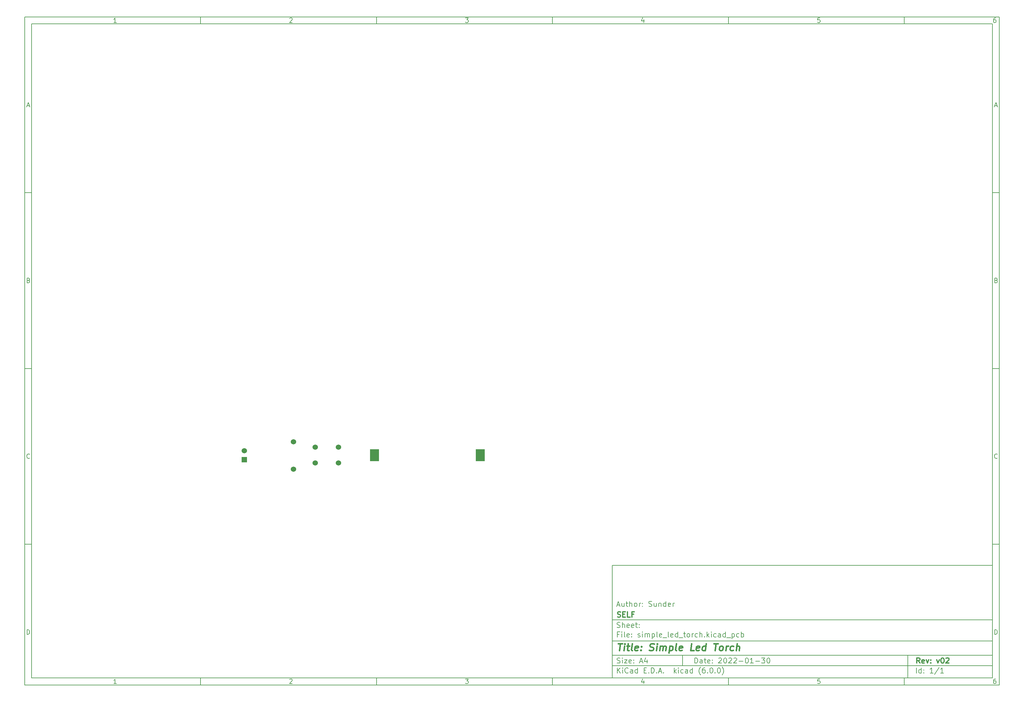
<source format=gbr>
%TF.GenerationSoftware,KiCad,Pcbnew,(6.0.0)*%
%TF.CreationDate,2022-01-30T14:03:22+05:30*%
%TF.ProjectId,simple_led_torch,73696d70-6c65-45f6-9c65-645f746f7263,v02*%
%TF.SameCoordinates,Original*%
%TF.FileFunction,Soldermask,Top*%
%TF.FilePolarity,Negative*%
%FSLAX46Y46*%
G04 Gerber Fmt 4.6, Leading zero omitted, Abs format (unit mm)*
G04 Created by KiCad (PCBNEW (6.0.0)) date 2022-01-30 14:03:22*
%MOMM*%
%LPD*%
G01*
G04 APERTURE LIST*
%ADD10C,0.100000*%
%ADD11C,0.150000*%
%ADD12C,0.300000*%
%ADD13C,0.400000*%
%ADD14C,1.524000*%
%ADD15R,1.524000X1.524000*%
%ADD16R,2.540000X3.510000*%
G04 APERTURE END LIST*
D10*
D11*
X177002200Y-166007200D02*
X177002200Y-198007200D01*
X285002200Y-198007200D01*
X285002200Y-166007200D01*
X177002200Y-166007200D01*
D10*
D11*
X10000000Y-10000000D02*
X10000000Y-200007200D01*
X287002200Y-200007200D01*
X287002200Y-10000000D01*
X10000000Y-10000000D01*
D10*
D11*
X12000000Y-12000000D02*
X12000000Y-198007200D01*
X285002200Y-198007200D01*
X285002200Y-12000000D01*
X12000000Y-12000000D01*
D10*
D11*
X60000000Y-12000000D02*
X60000000Y-10000000D01*
D10*
D11*
X110000000Y-12000000D02*
X110000000Y-10000000D01*
D10*
D11*
X160000000Y-12000000D02*
X160000000Y-10000000D01*
D10*
D11*
X210000000Y-12000000D02*
X210000000Y-10000000D01*
D10*
D11*
X260000000Y-12000000D02*
X260000000Y-10000000D01*
D10*
D11*
X36065476Y-11588095D02*
X35322619Y-11588095D01*
X35694047Y-11588095D02*
X35694047Y-10288095D01*
X35570238Y-10473809D01*
X35446428Y-10597619D01*
X35322619Y-10659523D01*
D10*
D11*
X85322619Y-10411904D02*
X85384523Y-10350000D01*
X85508333Y-10288095D01*
X85817857Y-10288095D01*
X85941666Y-10350000D01*
X86003571Y-10411904D01*
X86065476Y-10535714D01*
X86065476Y-10659523D01*
X86003571Y-10845238D01*
X85260714Y-11588095D01*
X86065476Y-11588095D01*
D10*
D11*
X135260714Y-10288095D02*
X136065476Y-10288095D01*
X135632142Y-10783333D01*
X135817857Y-10783333D01*
X135941666Y-10845238D01*
X136003571Y-10907142D01*
X136065476Y-11030952D01*
X136065476Y-11340476D01*
X136003571Y-11464285D01*
X135941666Y-11526190D01*
X135817857Y-11588095D01*
X135446428Y-11588095D01*
X135322619Y-11526190D01*
X135260714Y-11464285D01*
D10*
D11*
X185941666Y-10721428D02*
X185941666Y-11588095D01*
X185632142Y-10226190D02*
X185322619Y-11154761D01*
X186127380Y-11154761D01*
D10*
D11*
X236003571Y-10288095D02*
X235384523Y-10288095D01*
X235322619Y-10907142D01*
X235384523Y-10845238D01*
X235508333Y-10783333D01*
X235817857Y-10783333D01*
X235941666Y-10845238D01*
X236003571Y-10907142D01*
X236065476Y-11030952D01*
X236065476Y-11340476D01*
X236003571Y-11464285D01*
X235941666Y-11526190D01*
X235817857Y-11588095D01*
X235508333Y-11588095D01*
X235384523Y-11526190D01*
X235322619Y-11464285D01*
D10*
D11*
X285941666Y-10288095D02*
X285694047Y-10288095D01*
X285570238Y-10350000D01*
X285508333Y-10411904D01*
X285384523Y-10597619D01*
X285322619Y-10845238D01*
X285322619Y-11340476D01*
X285384523Y-11464285D01*
X285446428Y-11526190D01*
X285570238Y-11588095D01*
X285817857Y-11588095D01*
X285941666Y-11526190D01*
X286003571Y-11464285D01*
X286065476Y-11340476D01*
X286065476Y-11030952D01*
X286003571Y-10907142D01*
X285941666Y-10845238D01*
X285817857Y-10783333D01*
X285570238Y-10783333D01*
X285446428Y-10845238D01*
X285384523Y-10907142D01*
X285322619Y-11030952D01*
D10*
D11*
X60000000Y-198007200D02*
X60000000Y-200007200D01*
D10*
D11*
X110000000Y-198007200D02*
X110000000Y-200007200D01*
D10*
D11*
X160000000Y-198007200D02*
X160000000Y-200007200D01*
D10*
D11*
X210000000Y-198007200D02*
X210000000Y-200007200D01*
D10*
D11*
X260000000Y-198007200D02*
X260000000Y-200007200D01*
D10*
D11*
X36065476Y-199595295D02*
X35322619Y-199595295D01*
X35694047Y-199595295D02*
X35694047Y-198295295D01*
X35570238Y-198481009D01*
X35446428Y-198604819D01*
X35322619Y-198666723D01*
D10*
D11*
X85322619Y-198419104D02*
X85384523Y-198357200D01*
X85508333Y-198295295D01*
X85817857Y-198295295D01*
X85941666Y-198357200D01*
X86003571Y-198419104D01*
X86065476Y-198542914D01*
X86065476Y-198666723D01*
X86003571Y-198852438D01*
X85260714Y-199595295D01*
X86065476Y-199595295D01*
D10*
D11*
X135260714Y-198295295D02*
X136065476Y-198295295D01*
X135632142Y-198790533D01*
X135817857Y-198790533D01*
X135941666Y-198852438D01*
X136003571Y-198914342D01*
X136065476Y-199038152D01*
X136065476Y-199347676D01*
X136003571Y-199471485D01*
X135941666Y-199533390D01*
X135817857Y-199595295D01*
X135446428Y-199595295D01*
X135322619Y-199533390D01*
X135260714Y-199471485D01*
D10*
D11*
X185941666Y-198728628D02*
X185941666Y-199595295D01*
X185632142Y-198233390D02*
X185322619Y-199161961D01*
X186127380Y-199161961D01*
D10*
D11*
X236003571Y-198295295D02*
X235384523Y-198295295D01*
X235322619Y-198914342D01*
X235384523Y-198852438D01*
X235508333Y-198790533D01*
X235817857Y-198790533D01*
X235941666Y-198852438D01*
X236003571Y-198914342D01*
X236065476Y-199038152D01*
X236065476Y-199347676D01*
X236003571Y-199471485D01*
X235941666Y-199533390D01*
X235817857Y-199595295D01*
X235508333Y-199595295D01*
X235384523Y-199533390D01*
X235322619Y-199471485D01*
D10*
D11*
X285941666Y-198295295D02*
X285694047Y-198295295D01*
X285570238Y-198357200D01*
X285508333Y-198419104D01*
X285384523Y-198604819D01*
X285322619Y-198852438D01*
X285322619Y-199347676D01*
X285384523Y-199471485D01*
X285446428Y-199533390D01*
X285570238Y-199595295D01*
X285817857Y-199595295D01*
X285941666Y-199533390D01*
X286003571Y-199471485D01*
X286065476Y-199347676D01*
X286065476Y-199038152D01*
X286003571Y-198914342D01*
X285941666Y-198852438D01*
X285817857Y-198790533D01*
X285570238Y-198790533D01*
X285446428Y-198852438D01*
X285384523Y-198914342D01*
X285322619Y-199038152D01*
D10*
D11*
X10000000Y-60000000D02*
X12000000Y-60000000D01*
D10*
D11*
X10000000Y-110000000D02*
X12000000Y-110000000D01*
D10*
D11*
X10000000Y-160000000D02*
X12000000Y-160000000D01*
D10*
D11*
X10690476Y-35216666D02*
X11309523Y-35216666D01*
X10566666Y-35588095D02*
X11000000Y-34288095D01*
X11433333Y-35588095D01*
D10*
D11*
X11092857Y-84907142D02*
X11278571Y-84969047D01*
X11340476Y-85030952D01*
X11402380Y-85154761D01*
X11402380Y-85340476D01*
X11340476Y-85464285D01*
X11278571Y-85526190D01*
X11154761Y-85588095D01*
X10659523Y-85588095D01*
X10659523Y-84288095D01*
X11092857Y-84288095D01*
X11216666Y-84350000D01*
X11278571Y-84411904D01*
X11340476Y-84535714D01*
X11340476Y-84659523D01*
X11278571Y-84783333D01*
X11216666Y-84845238D01*
X11092857Y-84907142D01*
X10659523Y-84907142D01*
D10*
D11*
X11402380Y-135464285D02*
X11340476Y-135526190D01*
X11154761Y-135588095D01*
X11030952Y-135588095D01*
X10845238Y-135526190D01*
X10721428Y-135402380D01*
X10659523Y-135278571D01*
X10597619Y-135030952D01*
X10597619Y-134845238D01*
X10659523Y-134597619D01*
X10721428Y-134473809D01*
X10845238Y-134350000D01*
X11030952Y-134288095D01*
X11154761Y-134288095D01*
X11340476Y-134350000D01*
X11402380Y-134411904D01*
D10*
D11*
X10659523Y-185588095D02*
X10659523Y-184288095D01*
X10969047Y-184288095D01*
X11154761Y-184350000D01*
X11278571Y-184473809D01*
X11340476Y-184597619D01*
X11402380Y-184845238D01*
X11402380Y-185030952D01*
X11340476Y-185278571D01*
X11278571Y-185402380D01*
X11154761Y-185526190D01*
X10969047Y-185588095D01*
X10659523Y-185588095D01*
D10*
D11*
X287002200Y-60000000D02*
X285002200Y-60000000D01*
D10*
D11*
X287002200Y-110000000D02*
X285002200Y-110000000D01*
D10*
D11*
X287002200Y-160000000D02*
X285002200Y-160000000D01*
D10*
D11*
X285692676Y-35216666D02*
X286311723Y-35216666D01*
X285568866Y-35588095D02*
X286002200Y-34288095D01*
X286435533Y-35588095D01*
D10*
D11*
X286095057Y-84907142D02*
X286280771Y-84969047D01*
X286342676Y-85030952D01*
X286404580Y-85154761D01*
X286404580Y-85340476D01*
X286342676Y-85464285D01*
X286280771Y-85526190D01*
X286156961Y-85588095D01*
X285661723Y-85588095D01*
X285661723Y-84288095D01*
X286095057Y-84288095D01*
X286218866Y-84350000D01*
X286280771Y-84411904D01*
X286342676Y-84535714D01*
X286342676Y-84659523D01*
X286280771Y-84783333D01*
X286218866Y-84845238D01*
X286095057Y-84907142D01*
X285661723Y-84907142D01*
D10*
D11*
X286404580Y-135464285D02*
X286342676Y-135526190D01*
X286156961Y-135588095D01*
X286033152Y-135588095D01*
X285847438Y-135526190D01*
X285723628Y-135402380D01*
X285661723Y-135278571D01*
X285599819Y-135030952D01*
X285599819Y-134845238D01*
X285661723Y-134597619D01*
X285723628Y-134473809D01*
X285847438Y-134350000D01*
X286033152Y-134288095D01*
X286156961Y-134288095D01*
X286342676Y-134350000D01*
X286404580Y-134411904D01*
D10*
D11*
X285661723Y-185588095D02*
X285661723Y-184288095D01*
X285971247Y-184288095D01*
X286156961Y-184350000D01*
X286280771Y-184473809D01*
X286342676Y-184597619D01*
X286404580Y-184845238D01*
X286404580Y-185030952D01*
X286342676Y-185278571D01*
X286280771Y-185402380D01*
X286156961Y-185526190D01*
X285971247Y-185588095D01*
X285661723Y-185588095D01*
D10*
D11*
X200434342Y-193785771D02*
X200434342Y-192285771D01*
X200791485Y-192285771D01*
X201005771Y-192357200D01*
X201148628Y-192500057D01*
X201220057Y-192642914D01*
X201291485Y-192928628D01*
X201291485Y-193142914D01*
X201220057Y-193428628D01*
X201148628Y-193571485D01*
X201005771Y-193714342D01*
X200791485Y-193785771D01*
X200434342Y-193785771D01*
X202577200Y-193785771D02*
X202577200Y-193000057D01*
X202505771Y-192857200D01*
X202362914Y-192785771D01*
X202077200Y-192785771D01*
X201934342Y-192857200D01*
X202577200Y-193714342D02*
X202434342Y-193785771D01*
X202077200Y-193785771D01*
X201934342Y-193714342D01*
X201862914Y-193571485D01*
X201862914Y-193428628D01*
X201934342Y-193285771D01*
X202077200Y-193214342D01*
X202434342Y-193214342D01*
X202577200Y-193142914D01*
X203077200Y-192785771D02*
X203648628Y-192785771D01*
X203291485Y-192285771D02*
X203291485Y-193571485D01*
X203362914Y-193714342D01*
X203505771Y-193785771D01*
X203648628Y-193785771D01*
X204720057Y-193714342D02*
X204577200Y-193785771D01*
X204291485Y-193785771D01*
X204148628Y-193714342D01*
X204077200Y-193571485D01*
X204077200Y-193000057D01*
X204148628Y-192857200D01*
X204291485Y-192785771D01*
X204577200Y-192785771D01*
X204720057Y-192857200D01*
X204791485Y-193000057D01*
X204791485Y-193142914D01*
X204077200Y-193285771D01*
X205434342Y-193642914D02*
X205505771Y-193714342D01*
X205434342Y-193785771D01*
X205362914Y-193714342D01*
X205434342Y-193642914D01*
X205434342Y-193785771D01*
X205434342Y-192857200D02*
X205505771Y-192928628D01*
X205434342Y-193000057D01*
X205362914Y-192928628D01*
X205434342Y-192857200D01*
X205434342Y-193000057D01*
X207220057Y-192428628D02*
X207291485Y-192357200D01*
X207434342Y-192285771D01*
X207791485Y-192285771D01*
X207934342Y-192357200D01*
X208005771Y-192428628D01*
X208077200Y-192571485D01*
X208077200Y-192714342D01*
X208005771Y-192928628D01*
X207148628Y-193785771D01*
X208077200Y-193785771D01*
X209005771Y-192285771D02*
X209148628Y-192285771D01*
X209291485Y-192357200D01*
X209362914Y-192428628D01*
X209434342Y-192571485D01*
X209505771Y-192857200D01*
X209505771Y-193214342D01*
X209434342Y-193500057D01*
X209362914Y-193642914D01*
X209291485Y-193714342D01*
X209148628Y-193785771D01*
X209005771Y-193785771D01*
X208862914Y-193714342D01*
X208791485Y-193642914D01*
X208720057Y-193500057D01*
X208648628Y-193214342D01*
X208648628Y-192857200D01*
X208720057Y-192571485D01*
X208791485Y-192428628D01*
X208862914Y-192357200D01*
X209005771Y-192285771D01*
X210077200Y-192428628D02*
X210148628Y-192357200D01*
X210291485Y-192285771D01*
X210648628Y-192285771D01*
X210791485Y-192357200D01*
X210862914Y-192428628D01*
X210934342Y-192571485D01*
X210934342Y-192714342D01*
X210862914Y-192928628D01*
X210005771Y-193785771D01*
X210934342Y-193785771D01*
X211505771Y-192428628D02*
X211577200Y-192357200D01*
X211720057Y-192285771D01*
X212077200Y-192285771D01*
X212220057Y-192357200D01*
X212291485Y-192428628D01*
X212362914Y-192571485D01*
X212362914Y-192714342D01*
X212291485Y-192928628D01*
X211434342Y-193785771D01*
X212362914Y-193785771D01*
X213005771Y-193214342D02*
X214148628Y-193214342D01*
X215148628Y-192285771D02*
X215291485Y-192285771D01*
X215434342Y-192357200D01*
X215505771Y-192428628D01*
X215577200Y-192571485D01*
X215648628Y-192857200D01*
X215648628Y-193214342D01*
X215577200Y-193500057D01*
X215505771Y-193642914D01*
X215434342Y-193714342D01*
X215291485Y-193785771D01*
X215148628Y-193785771D01*
X215005771Y-193714342D01*
X214934342Y-193642914D01*
X214862914Y-193500057D01*
X214791485Y-193214342D01*
X214791485Y-192857200D01*
X214862914Y-192571485D01*
X214934342Y-192428628D01*
X215005771Y-192357200D01*
X215148628Y-192285771D01*
X217077200Y-193785771D02*
X216220057Y-193785771D01*
X216648628Y-193785771D02*
X216648628Y-192285771D01*
X216505771Y-192500057D01*
X216362914Y-192642914D01*
X216220057Y-192714342D01*
X217720057Y-193214342D02*
X218862914Y-193214342D01*
X219434342Y-192285771D02*
X220362914Y-192285771D01*
X219862914Y-192857200D01*
X220077200Y-192857200D01*
X220220057Y-192928628D01*
X220291485Y-193000057D01*
X220362914Y-193142914D01*
X220362914Y-193500057D01*
X220291485Y-193642914D01*
X220220057Y-193714342D01*
X220077200Y-193785771D01*
X219648628Y-193785771D01*
X219505771Y-193714342D01*
X219434342Y-193642914D01*
X221291485Y-192285771D02*
X221434342Y-192285771D01*
X221577200Y-192357200D01*
X221648628Y-192428628D01*
X221720057Y-192571485D01*
X221791485Y-192857200D01*
X221791485Y-193214342D01*
X221720057Y-193500057D01*
X221648628Y-193642914D01*
X221577200Y-193714342D01*
X221434342Y-193785771D01*
X221291485Y-193785771D01*
X221148628Y-193714342D01*
X221077200Y-193642914D01*
X221005771Y-193500057D01*
X220934342Y-193214342D01*
X220934342Y-192857200D01*
X221005771Y-192571485D01*
X221077200Y-192428628D01*
X221148628Y-192357200D01*
X221291485Y-192285771D01*
D10*
D11*
X177002200Y-194507200D02*
X285002200Y-194507200D01*
D10*
D11*
X178434342Y-196585771D02*
X178434342Y-195085771D01*
X179291485Y-196585771D02*
X178648628Y-195728628D01*
X179291485Y-195085771D02*
X178434342Y-195942914D01*
X179934342Y-196585771D02*
X179934342Y-195585771D01*
X179934342Y-195085771D02*
X179862914Y-195157200D01*
X179934342Y-195228628D01*
X180005771Y-195157200D01*
X179934342Y-195085771D01*
X179934342Y-195228628D01*
X181505771Y-196442914D02*
X181434342Y-196514342D01*
X181220057Y-196585771D01*
X181077200Y-196585771D01*
X180862914Y-196514342D01*
X180720057Y-196371485D01*
X180648628Y-196228628D01*
X180577200Y-195942914D01*
X180577200Y-195728628D01*
X180648628Y-195442914D01*
X180720057Y-195300057D01*
X180862914Y-195157200D01*
X181077200Y-195085771D01*
X181220057Y-195085771D01*
X181434342Y-195157200D01*
X181505771Y-195228628D01*
X182791485Y-196585771D02*
X182791485Y-195800057D01*
X182720057Y-195657200D01*
X182577200Y-195585771D01*
X182291485Y-195585771D01*
X182148628Y-195657200D01*
X182791485Y-196514342D02*
X182648628Y-196585771D01*
X182291485Y-196585771D01*
X182148628Y-196514342D01*
X182077200Y-196371485D01*
X182077200Y-196228628D01*
X182148628Y-196085771D01*
X182291485Y-196014342D01*
X182648628Y-196014342D01*
X182791485Y-195942914D01*
X184148628Y-196585771D02*
X184148628Y-195085771D01*
X184148628Y-196514342D02*
X184005771Y-196585771D01*
X183720057Y-196585771D01*
X183577200Y-196514342D01*
X183505771Y-196442914D01*
X183434342Y-196300057D01*
X183434342Y-195871485D01*
X183505771Y-195728628D01*
X183577200Y-195657200D01*
X183720057Y-195585771D01*
X184005771Y-195585771D01*
X184148628Y-195657200D01*
X186005771Y-195800057D02*
X186505771Y-195800057D01*
X186720057Y-196585771D02*
X186005771Y-196585771D01*
X186005771Y-195085771D01*
X186720057Y-195085771D01*
X187362914Y-196442914D02*
X187434342Y-196514342D01*
X187362914Y-196585771D01*
X187291485Y-196514342D01*
X187362914Y-196442914D01*
X187362914Y-196585771D01*
X188077200Y-196585771D02*
X188077200Y-195085771D01*
X188434342Y-195085771D01*
X188648628Y-195157200D01*
X188791485Y-195300057D01*
X188862914Y-195442914D01*
X188934342Y-195728628D01*
X188934342Y-195942914D01*
X188862914Y-196228628D01*
X188791485Y-196371485D01*
X188648628Y-196514342D01*
X188434342Y-196585771D01*
X188077200Y-196585771D01*
X189577200Y-196442914D02*
X189648628Y-196514342D01*
X189577200Y-196585771D01*
X189505771Y-196514342D01*
X189577200Y-196442914D01*
X189577200Y-196585771D01*
X190220057Y-196157200D02*
X190934342Y-196157200D01*
X190077200Y-196585771D02*
X190577200Y-195085771D01*
X191077200Y-196585771D01*
X191577200Y-196442914D02*
X191648628Y-196514342D01*
X191577200Y-196585771D01*
X191505771Y-196514342D01*
X191577200Y-196442914D01*
X191577200Y-196585771D01*
X194577200Y-196585771D02*
X194577200Y-195085771D01*
X194720057Y-196014342D02*
X195148628Y-196585771D01*
X195148628Y-195585771D02*
X194577200Y-196157200D01*
X195791485Y-196585771D02*
X195791485Y-195585771D01*
X195791485Y-195085771D02*
X195720057Y-195157200D01*
X195791485Y-195228628D01*
X195862914Y-195157200D01*
X195791485Y-195085771D01*
X195791485Y-195228628D01*
X197148628Y-196514342D02*
X197005771Y-196585771D01*
X196720057Y-196585771D01*
X196577200Y-196514342D01*
X196505771Y-196442914D01*
X196434342Y-196300057D01*
X196434342Y-195871485D01*
X196505771Y-195728628D01*
X196577200Y-195657200D01*
X196720057Y-195585771D01*
X197005771Y-195585771D01*
X197148628Y-195657200D01*
X198434342Y-196585771D02*
X198434342Y-195800057D01*
X198362914Y-195657200D01*
X198220057Y-195585771D01*
X197934342Y-195585771D01*
X197791485Y-195657200D01*
X198434342Y-196514342D02*
X198291485Y-196585771D01*
X197934342Y-196585771D01*
X197791485Y-196514342D01*
X197720057Y-196371485D01*
X197720057Y-196228628D01*
X197791485Y-196085771D01*
X197934342Y-196014342D01*
X198291485Y-196014342D01*
X198434342Y-195942914D01*
X199791485Y-196585771D02*
X199791485Y-195085771D01*
X199791485Y-196514342D02*
X199648628Y-196585771D01*
X199362914Y-196585771D01*
X199220057Y-196514342D01*
X199148628Y-196442914D01*
X199077200Y-196300057D01*
X199077200Y-195871485D01*
X199148628Y-195728628D01*
X199220057Y-195657200D01*
X199362914Y-195585771D01*
X199648628Y-195585771D01*
X199791485Y-195657200D01*
X202077200Y-197157200D02*
X202005771Y-197085771D01*
X201862914Y-196871485D01*
X201791485Y-196728628D01*
X201720057Y-196514342D01*
X201648628Y-196157200D01*
X201648628Y-195871485D01*
X201720057Y-195514342D01*
X201791485Y-195300057D01*
X201862914Y-195157200D01*
X202005771Y-194942914D01*
X202077200Y-194871485D01*
X203291485Y-195085771D02*
X203005771Y-195085771D01*
X202862914Y-195157200D01*
X202791485Y-195228628D01*
X202648628Y-195442914D01*
X202577200Y-195728628D01*
X202577200Y-196300057D01*
X202648628Y-196442914D01*
X202720057Y-196514342D01*
X202862914Y-196585771D01*
X203148628Y-196585771D01*
X203291485Y-196514342D01*
X203362914Y-196442914D01*
X203434342Y-196300057D01*
X203434342Y-195942914D01*
X203362914Y-195800057D01*
X203291485Y-195728628D01*
X203148628Y-195657200D01*
X202862914Y-195657200D01*
X202720057Y-195728628D01*
X202648628Y-195800057D01*
X202577200Y-195942914D01*
X204077200Y-196442914D02*
X204148628Y-196514342D01*
X204077200Y-196585771D01*
X204005771Y-196514342D01*
X204077200Y-196442914D01*
X204077200Y-196585771D01*
X205077200Y-195085771D02*
X205220057Y-195085771D01*
X205362914Y-195157200D01*
X205434342Y-195228628D01*
X205505771Y-195371485D01*
X205577200Y-195657200D01*
X205577200Y-196014342D01*
X205505771Y-196300057D01*
X205434342Y-196442914D01*
X205362914Y-196514342D01*
X205220057Y-196585771D01*
X205077200Y-196585771D01*
X204934342Y-196514342D01*
X204862914Y-196442914D01*
X204791485Y-196300057D01*
X204720057Y-196014342D01*
X204720057Y-195657200D01*
X204791485Y-195371485D01*
X204862914Y-195228628D01*
X204934342Y-195157200D01*
X205077200Y-195085771D01*
X206220057Y-196442914D02*
X206291485Y-196514342D01*
X206220057Y-196585771D01*
X206148628Y-196514342D01*
X206220057Y-196442914D01*
X206220057Y-196585771D01*
X207220057Y-195085771D02*
X207362914Y-195085771D01*
X207505771Y-195157200D01*
X207577200Y-195228628D01*
X207648628Y-195371485D01*
X207720057Y-195657200D01*
X207720057Y-196014342D01*
X207648628Y-196300057D01*
X207577200Y-196442914D01*
X207505771Y-196514342D01*
X207362914Y-196585771D01*
X207220057Y-196585771D01*
X207077200Y-196514342D01*
X207005771Y-196442914D01*
X206934342Y-196300057D01*
X206862914Y-196014342D01*
X206862914Y-195657200D01*
X206934342Y-195371485D01*
X207005771Y-195228628D01*
X207077200Y-195157200D01*
X207220057Y-195085771D01*
X208220057Y-197157200D02*
X208291485Y-197085771D01*
X208434342Y-196871485D01*
X208505771Y-196728628D01*
X208577200Y-196514342D01*
X208648628Y-196157200D01*
X208648628Y-195871485D01*
X208577200Y-195514342D01*
X208505771Y-195300057D01*
X208434342Y-195157200D01*
X208291485Y-194942914D01*
X208220057Y-194871485D01*
D10*
D11*
X177002200Y-191507200D02*
X285002200Y-191507200D01*
D10*
D12*
X264411485Y-193785771D02*
X263911485Y-193071485D01*
X263554342Y-193785771D02*
X263554342Y-192285771D01*
X264125771Y-192285771D01*
X264268628Y-192357200D01*
X264340057Y-192428628D01*
X264411485Y-192571485D01*
X264411485Y-192785771D01*
X264340057Y-192928628D01*
X264268628Y-193000057D01*
X264125771Y-193071485D01*
X263554342Y-193071485D01*
X265625771Y-193714342D02*
X265482914Y-193785771D01*
X265197200Y-193785771D01*
X265054342Y-193714342D01*
X264982914Y-193571485D01*
X264982914Y-193000057D01*
X265054342Y-192857200D01*
X265197200Y-192785771D01*
X265482914Y-192785771D01*
X265625771Y-192857200D01*
X265697200Y-193000057D01*
X265697200Y-193142914D01*
X264982914Y-193285771D01*
X266197200Y-192785771D02*
X266554342Y-193785771D01*
X266911485Y-192785771D01*
X267482914Y-193642914D02*
X267554342Y-193714342D01*
X267482914Y-193785771D01*
X267411485Y-193714342D01*
X267482914Y-193642914D01*
X267482914Y-193785771D01*
X267482914Y-192857200D02*
X267554342Y-192928628D01*
X267482914Y-193000057D01*
X267411485Y-192928628D01*
X267482914Y-192857200D01*
X267482914Y-193000057D01*
X269197200Y-192785771D02*
X269554342Y-193785771D01*
X269911485Y-192785771D01*
X270768628Y-192285771D02*
X270911485Y-192285771D01*
X271054342Y-192357200D01*
X271125771Y-192428628D01*
X271197200Y-192571485D01*
X271268628Y-192857200D01*
X271268628Y-193214342D01*
X271197200Y-193500057D01*
X271125771Y-193642914D01*
X271054342Y-193714342D01*
X270911485Y-193785771D01*
X270768628Y-193785771D01*
X270625771Y-193714342D01*
X270554342Y-193642914D01*
X270482914Y-193500057D01*
X270411485Y-193214342D01*
X270411485Y-192857200D01*
X270482914Y-192571485D01*
X270554342Y-192428628D01*
X270625771Y-192357200D01*
X270768628Y-192285771D01*
X271840057Y-192428628D02*
X271911485Y-192357200D01*
X272054342Y-192285771D01*
X272411485Y-192285771D01*
X272554342Y-192357200D01*
X272625771Y-192428628D01*
X272697200Y-192571485D01*
X272697200Y-192714342D01*
X272625771Y-192928628D01*
X271768628Y-193785771D01*
X272697200Y-193785771D01*
D10*
D11*
X178362914Y-193714342D02*
X178577200Y-193785771D01*
X178934342Y-193785771D01*
X179077200Y-193714342D01*
X179148628Y-193642914D01*
X179220057Y-193500057D01*
X179220057Y-193357200D01*
X179148628Y-193214342D01*
X179077200Y-193142914D01*
X178934342Y-193071485D01*
X178648628Y-193000057D01*
X178505771Y-192928628D01*
X178434342Y-192857200D01*
X178362914Y-192714342D01*
X178362914Y-192571485D01*
X178434342Y-192428628D01*
X178505771Y-192357200D01*
X178648628Y-192285771D01*
X179005771Y-192285771D01*
X179220057Y-192357200D01*
X179862914Y-193785771D02*
X179862914Y-192785771D01*
X179862914Y-192285771D02*
X179791485Y-192357200D01*
X179862914Y-192428628D01*
X179934342Y-192357200D01*
X179862914Y-192285771D01*
X179862914Y-192428628D01*
X180434342Y-192785771D02*
X181220057Y-192785771D01*
X180434342Y-193785771D01*
X181220057Y-193785771D01*
X182362914Y-193714342D02*
X182220057Y-193785771D01*
X181934342Y-193785771D01*
X181791485Y-193714342D01*
X181720057Y-193571485D01*
X181720057Y-193000057D01*
X181791485Y-192857200D01*
X181934342Y-192785771D01*
X182220057Y-192785771D01*
X182362914Y-192857200D01*
X182434342Y-193000057D01*
X182434342Y-193142914D01*
X181720057Y-193285771D01*
X183077200Y-193642914D02*
X183148628Y-193714342D01*
X183077200Y-193785771D01*
X183005771Y-193714342D01*
X183077200Y-193642914D01*
X183077200Y-193785771D01*
X183077200Y-192857200D02*
X183148628Y-192928628D01*
X183077200Y-193000057D01*
X183005771Y-192928628D01*
X183077200Y-192857200D01*
X183077200Y-193000057D01*
X184862914Y-193357200D02*
X185577200Y-193357200D01*
X184720057Y-193785771D02*
X185220057Y-192285771D01*
X185720057Y-193785771D01*
X186862914Y-192785771D02*
X186862914Y-193785771D01*
X186505771Y-192214342D02*
X186148628Y-193285771D01*
X187077200Y-193285771D01*
D10*
D11*
X263434342Y-196585771D02*
X263434342Y-195085771D01*
X264791485Y-196585771D02*
X264791485Y-195085771D01*
X264791485Y-196514342D02*
X264648628Y-196585771D01*
X264362914Y-196585771D01*
X264220057Y-196514342D01*
X264148628Y-196442914D01*
X264077200Y-196300057D01*
X264077200Y-195871485D01*
X264148628Y-195728628D01*
X264220057Y-195657200D01*
X264362914Y-195585771D01*
X264648628Y-195585771D01*
X264791485Y-195657200D01*
X265505771Y-196442914D02*
X265577200Y-196514342D01*
X265505771Y-196585771D01*
X265434342Y-196514342D01*
X265505771Y-196442914D01*
X265505771Y-196585771D01*
X265505771Y-195657200D02*
X265577200Y-195728628D01*
X265505771Y-195800057D01*
X265434342Y-195728628D01*
X265505771Y-195657200D01*
X265505771Y-195800057D01*
X268148628Y-196585771D02*
X267291485Y-196585771D01*
X267720057Y-196585771D02*
X267720057Y-195085771D01*
X267577200Y-195300057D01*
X267434342Y-195442914D01*
X267291485Y-195514342D01*
X269862914Y-195014342D02*
X268577200Y-196942914D01*
X271148628Y-196585771D02*
X270291485Y-196585771D01*
X270720057Y-196585771D02*
X270720057Y-195085771D01*
X270577200Y-195300057D01*
X270434342Y-195442914D01*
X270291485Y-195514342D01*
D10*
D11*
X177002200Y-187507200D02*
X285002200Y-187507200D01*
D10*
D13*
X178714580Y-188211961D02*
X179857438Y-188211961D01*
X179036009Y-190211961D02*
X179286009Y-188211961D01*
X180274104Y-190211961D02*
X180440771Y-188878628D01*
X180524104Y-188211961D02*
X180416961Y-188307200D01*
X180500295Y-188402438D01*
X180607438Y-188307200D01*
X180524104Y-188211961D01*
X180500295Y-188402438D01*
X181107438Y-188878628D02*
X181869342Y-188878628D01*
X181476485Y-188211961D02*
X181262200Y-189926247D01*
X181333628Y-190116723D01*
X181512200Y-190211961D01*
X181702676Y-190211961D01*
X182655057Y-190211961D02*
X182476485Y-190116723D01*
X182405057Y-189926247D01*
X182619342Y-188211961D01*
X184190771Y-190116723D02*
X183988390Y-190211961D01*
X183607438Y-190211961D01*
X183428866Y-190116723D01*
X183357438Y-189926247D01*
X183452676Y-189164342D01*
X183571723Y-188973866D01*
X183774104Y-188878628D01*
X184155057Y-188878628D01*
X184333628Y-188973866D01*
X184405057Y-189164342D01*
X184381247Y-189354819D01*
X183405057Y-189545295D01*
X185155057Y-190021485D02*
X185238390Y-190116723D01*
X185131247Y-190211961D01*
X185047914Y-190116723D01*
X185155057Y-190021485D01*
X185131247Y-190211961D01*
X185286009Y-188973866D02*
X185369342Y-189069104D01*
X185262200Y-189164342D01*
X185178866Y-189069104D01*
X185286009Y-188973866D01*
X185262200Y-189164342D01*
X187524104Y-190116723D02*
X187797914Y-190211961D01*
X188274104Y-190211961D01*
X188476485Y-190116723D01*
X188583628Y-190021485D01*
X188702676Y-189831009D01*
X188726485Y-189640533D01*
X188655057Y-189450057D01*
X188571723Y-189354819D01*
X188393152Y-189259580D01*
X188024104Y-189164342D01*
X187845533Y-189069104D01*
X187762200Y-188973866D01*
X187690771Y-188783390D01*
X187714580Y-188592914D01*
X187833628Y-188402438D01*
X187940771Y-188307200D01*
X188143152Y-188211961D01*
X188619342Y-188211961D01*
X188893152Y-188307200D01*
X189512200Y-190211961D02*
X189678866Y-188878628D01*
X189762200Y-188211961D02*
X189655057Y-188307200D01*
X189738390Y-188402438D01*
X189845533Y-188307200D01*
X189762200Y-188211961D01*
X189738390Y-188402438D01*
X190464580Y-190211961D02*
X190631247Y-188878628D01*
X190607438Y-189069104D02*
X190714580Y-188973866D01*
X190916961Y-188878628D01*
X191202676Y-188878628D01*
X191381247Y-188973866D01*
X191452676Y-189164342D01*
X191321723Y-190211961D01*
X191452676Y-189164342D02*
X191571723Y-188973866D01*
X191774104Y-188878628D01*
X192059819Y-188878628D01*
X192238390Y-188973866D01*
X192309819Y-189164342D01*
X192178866Y-190211961D01*
X193297914Y-188878628D02*
X193047914Y-190878628D01*
X193286009Y-188973866D02*
X193488390Y-188878628D01*
X193869342Y-188878628D01*
X194047914Y-188973866D01*
X194131247Y-189069104D01*
X194202676Y-189259580D01*
X194131247Y-189831009D01*
X194012200Y-190021485D01*
X193905057Y-190116723D01*
X193702676Y-190211961D01*
X193321723Y-190211961D01*
X193143152Y-190116723D01*
X195226485Y-190211961D02*
X195047914Y-190116723D01*
X194976485Y-189926247D01*
X195190771Y-188211961D01*
X196762200Y-190116723D02*
X196559819Y-190211961D01*
X196178866Y-190211961D01*
X196000295Y-190116723D01*
X195928866Y-189926247D01*
X196024104Y-189164342D01*
X196143152Y-188973866D01*
X196345533Y-188878628D01*
X196726485Y-188878628D01*
X196905057Y-188973866D01*
X196976485Y-189164342D01*
X196952676Y-189354819D01*
X195976485Y-189545295D01*
X200178866Y-190211961D02*
X199226485Y-190211961D01*
X199476485Y-188211961D01*
X201619342Y-190116723D02*
X201416961Y-190211961D01*
X201036009Y-190211961D01*
X200857438Y-190116723D01*
X200786009Y-189926247D01*
X200881247Y-189164342D01*
X201000295Y-188973866D01*
X201202676Y-188878628D01*
X201583628Y-188878628D01*
X201762200Y-188973866D01*
X201833628Y-189164342D01*
X201809819Y-189354819D01*
X200833628Y-189545295D01*
X203416961Y-190211961D02*
X203666961Y-188211961D01*
X203428866Y-190116723D02*
X203226485Y-190211961D01*
X202845533Y-190211961D01*
X202666961Y-190116723D01*
X202583628Y-190021485D01*
X202512200Y-189831009D01*
X202583628Y-189259580D01*
X202702676Y-189069104D01*
X202809819Y-188973866D01*
X203012200Y-188878628D01*
X203393152Y-188878628D01*
X203571723Y-188973866D01*
X205857438Y-188211961D02*
X207000295Y-188211961D01*
X206178866Y-190211961D02*
X206428866Y-188211961D01*
X207702676Y-190211961D02*
X207524104Y-190116723D01*
X207440771Y-190021485D01*
X207369342Y-189831009D01*
X207440771Y-189259580D01*
X207559819Y-189069104D01*
X207666961Y-188973866D01*
X207869342Y-188878628D01*
X208155057Y-188878628D01*
X208333628Y-188973866D01*
X208416961Y-189069104D01*
X208488390Y-189259580D01*
X208416961Y-189831009D01*
X208297914Y-190021485D01*
X208190771Y-190116723D01*
X207988390Y-190211961D01*
X207702676Y-190211961D01*
X209226485Y-190211961D02*
X209393152Y-188878628D01*
X209345533Y-189259580D02*
X209464580Y-189069104D01*
X209571723Y-188973866D01*
X209774104Y-188878628D01*
X209964580Y-188878628D01*
X211333628Y-190116723D02*
X211131247Y-190211961D01*
X210750295Y-190211961D01*
X210571723Y-190116723D01*
X210488390Y-190021485D01*
X210416961Y-189831009D01*
X210488390Y-189259580D01*
X210607438Y-189069104D01*
X210714580Y-188973866D01*
X210916961Y-188878628D01*
X211297914Y-188878628D01*
X211476485Y-188973866D01*
X212178866Y-190211961D02*
X212428866Y-188211961D01*
X213036009Y-190211961D02*
X213166961Y-189164342D01*
X213095533Y-188973866D01*
X212916961Y-188878628D01*
X212631247Y-188878628D01*
X212428866Y-188973866D01*
X212321723Y-189069104D01*
D10*
D11*
X178934342Y-185600057D02*
X178434342Y-185600057D01*
X178434342Y-186385771D02*
X178434342Y-184885771D01*
X179148628Y-184885771D01*
X179720057Y-186385771D02*
X179720057Y-185385771D01*
X179720057Y-184885771D02*
X179648628Y-184957200D01*
X179720057Y-185028628D01*
X179791485Y-184957200D01*
X179720057Y-184885771D01*
X179720057Y-185028628D01*
X180648628Y-186385771D02*
X180505771Y-186314342D01*
X180434342Y-186171485D01*
X180434342Y-184885771D01*
X181791485Y-186314342D02*
X181648628Y-186385771D01*
X181362914Y-186385771D01*
X181220057Y-186314342D01*
X181148628Y-186171485D01*
X181148628Y-185600057D01*
X181220057Y-185457200D01*
X181362914Y-185385771D01*
X181648628Y-185385771D01*
X181791485Y-185457200D01*
X181862914Y-185600057D01*
X181862914Y-185742914D01*
X181148628Y-185885771D01*
X182505771Y-186242914D02*
X182577200Y-186314342D01*
X182505771Y-186385771D01*
X182434342Y-186314342D01*
X182505771Y-186242914D01*
X182505771Y-186385771D01*
X182505771Y-185457200D02*
X182577200Y-185528628D01*
X182505771Y-185600057D01*
X182434342Y-185528628D01*
X182505771Y-185457200D01*
X182505771Y-185600057D01*
X184291485Y-186314342D02*
X184434342Y-186385771D01*
X184720057Y-186385771D01*
X184862914Y-186314342D01*
X184934342Y-186171485D01*
X184934342Y-186100057D01*
X184862914Y-185957200D01*
X184720057Y-185885771D01*
X184505771Y-185885771D01*
X184362914Y-185814342D01*
X184291485Y-185671485D01*
X184291485Y-185600057D01*
X184362914Y-185457200D01*
X184505771Y-185385771D01*
X184720057Y-185385771D01*
X184862914Y-185457200D01*
X185577200Y-186385771D02*
X185577200Y-185385771D01*
X185577200Y-184885771D02*
X185505771Y-184957200D01*
X185577200Y-185028628D01*
X185648628Y-184957200D01*
X185577200Y-184885771D01*
X185577200Y-185028628D01*
X186291485Y-186385771D02*
X186291485Y-185385771D01*
X186291485Y-185528628D02*
X186362914Y-185457200D01*
X186505771Y-185385771D01*
X186720057Y-185385771D01*
X186862914Y-185457200D01*
X186934342Y-185600057D01*
X186934342Y-186385771D01*
X186934342Y-185600057D02*
X187005771Y-185457200D01*
X187148628Y-185385771D01*
X187362914Y-185385771D01*
X187505771Y-185457200D01*
X187577200Y-185600057D01*
X187577200Y-186385771D01*
X188291485Y-185385771D02*
X188291485Y-186885771D01*
X188291485Y-185457200D02*
X188434342Y-185385771D01*
X188720057Y-185385771D01*
X188862914Y-185457200D01*
X188934342Y-185528628D01*
X189005771Y-185671485D01*
X189005771Y-186100057D01*
X188934342Y-186242914D01*
X188862914Y-186314342D01*
X188720057Y-186385771D01*
X188434342Y-186385771D01*
X188291485Y-186314342D01*
X189862914Y-186385771D02*
X189720057Y-186314342D01*
X189648628Y-186171485D01*
X189648628Y-184885771D01*
X191005771Y-186314342D02*
X190862914Y-186385771D01*
X190577200Y-186385771D01*
X190434342Y-186314342D01*
X190362914Y-186171485D01*
X190362914Y-185600057D01*
X190434342Y-185457200D01*
X190577200Y-185385771D01*
X190862914Y-185385771D01*
X191005771Y-185457200D01*
X191077200Y-185600057D01*
X191077200Y-185742914D01*
X190362914Y-185885771D01*
X191362914Y-186528628D02*
X192505771Y-186528628D01*
X193077200Y-186385771D02*
X192934342Y-186314342D01*
X192862914Y-186171485D01*
X192862914Y-184885771D01*
X194220057Y-186314342D02*
X194077200Y-186385771D01*
X193791485Y-186385771D01*
X193648628Y-186314342D01*
X193577200Y-186171485D01*
X193577200Y-185600057D01*
X193648628Y-185457200D01*
X193791485Y-185385771D01*
X194077200Y-185385771D01*
X194220057Y-185457200D01*
X194291485Y-185600057D01*
X194291485Y-185742914D01*
X193577200Y-185885771D01*
X195577200Y-186385771D02*
X195577200Y-184885771D01*
X195577200Y-186314342D02*
X195434342Y-186385771D01*
X195148628Y-186385771D01*
X195005771Y-186314342D01*
X194934342Y-186242914D01*
X194862914Y-186100057D01*
X194862914Y-185671485D01*
X194934342Y-185528628D01*
X195005771Y-185457200D01*
X195148628Y-185385771D01*
X195434342Y-185385771D01*
X195577200Y-185457200D01*
X195934342Y-186528628D02*
X197077200Y-186528628D01*
X197220057Y-185385771D02*
X197791485Y-185385771D01*
X197434342Y-184885771D02*
X197434342Y-186171485D01*
X197505771Y-186314342D01*
X197648628Y-186385771D01*
X197791485Y-186385771D01*
X198505771Y-186385771D02*
X198362914Y-186314342D01*
X198291485Y-186242914D01*
X198220057Y-186100057D01*
X198220057Y-185671485D01*
X198291485Y-185528628D01*
X198362914Y-185457200D01*
X198505771Y-185385771D01*
X198720057Y-185385771D01*
X198862914Y-185457200D01*
X198934342Y-185528628D01*
X199005771Y-185671485D01*
X199005771Y-186100057D01*
X198934342Y-186242914D01*
X198862914Y-186314342D01*
X198720057Y-186385771D01*
X198505771Y-186385771D01*
X199648628Y-186385771D02*
X199648628Y-185385771D01*
X199648628Y-185671485D02*
X199720057Y-185528628D01*
X199791485Y-185457200D01*
X199934342Y-185385771D01*
X200077200Y-185385771D01*
X201220057Y-186314342D02*
X201077200Y-186385771D01*
X200791485Y-186385771D01*
X200648628Y-186314342D01*
X200577200Y-186242914D01*
X200505771Y-186100057D01*
X200505771Y-185671485D01*
X200577200Y-185528628D01*
X200648628Y-185457200D01*
X200791485Y-185385771D01*
X201077200Y-185385771D01*
X201220057Y-185457200D01*
X201862914Y-186385771D02*
X201862914Y-184885771D01*
X202505771Y-186385771D02*
X202505771Y-185600057D01*
X202434342Y-185457200D01*
X202291485Y-185385771D01*
X202077200Y-185385771D01*
X201934342Y-185457200D01*
X201862914Y-185528628D01*
X203220057Y-186242914D02*
X203291485Y-186314342D01*
X203220057Y-186385771D01*
X203148628Y-186314342D01*
X203220057Y-186242914D01*
X203220057Y-186385771D01*
X203934342Y-186385771D02*
X203934342Y-184885771D01*
X204077200Y-185814342D02*
X204505771Y-186385771D01*
X204505771Y-185385771D02*
X203934342Y-185957200D01*
X205148628Y-186385771D02*
X205148628Y-185385771D01*
X205148628Y-184885771D02*
X205077200Y-184957200D01*
X205148628Y-185028628D01*
X205220057Y-184957200D01*
X205148628Y-184885771D01*
X205148628Y-185028628D01*
X206505771Y-186314342D02*
X206362914Y-186385771D01*
X206077200Y-186385771D01*
X205934342Y-186314342D01*
X205862914Y-186242914D01*
X205791485Y-186100057D01*
X205791485Y-185671485D01*
X205862914Y-185528628D01*
X205934342Y-185457200D01*
X206077200Y-185385771D01*
X206362914Y-185385771D01*
X206505771Y-185457200D01*
X207791485Y-186385771D02*
X207791485Y-185600057D01*
X207720057Y-185457200D01*
X207577200Y-185385771D01*
X207291485Y-185385771D01*
X207148628Y-185457200D01*
X207791485Y-186314342D02*
X207648628Y-186385771D01*
X207291485Y-186385771D01*
X207148628Y-186314342D01*
X207077200Y-186171485D01*
X207077200Y-186028628D01*
X207148628Y-185885771D01*
X207291485Y-185814342D01*
X207648628Y-185814342D01*
X207791485Y-185742914D01*
X209148628Y-186385771D02*
X209148628Y-184885771D01*
X209148628Y-186314342D02*
X209005771Y-186385771D01*
X208720057Y-186385771D01*
X208577200Y-186314342D01*
X208505771Y-186242914D01*
X208434342Y-186100057D01*
X208434342Y-185671485D01*
X208505771Y-185528628D01*
X208577200Y-185457200D01*
X208720057Y-185385771D01*
X209005771Y-185385771D01*
X209148628Y-185457200D01*
X209505771Y-186528628D02*
X210648628Y-186528628D01*
X211005771Y-185385771D02*
X211005771Y-186885771D01*
X211005771Y-185457200D02*
X211148628Y-185385771D01*
X211434342Y-185385771D01*
X211577200Y-185457200D01*
X211648628Y-185528628D01*
X211720057Y-185671485D01*
X211720057Y-186100057D01*
X211648628Y-186242914D01*
X211577200Y-186314342D01*
X211434342Y-186385771D01*
X211148628Y-186385771D01*
X211005771Y-186314342D01*
X213005771Y-186314342D02*
X212862914Y-186385771D01*
X212577200Y-186385771D01*
X212434342Y-186314342D01*
X212362914Y-186242914D01*
X212291485Y-186100057D01*
X212291485Y-185671485D01*
X212362914Y-185528628D01*
X212434342Y-185457200D01*
X212577200Y-185385771D01*
X212862914Y-185385771D01*
X213005771Y-185457200D01*
X213648628Y-186385771D02*
X213648628Y-184885771D01*
X213648628Y-185457200D02*
X213791485Y-185385771D01*
X214077200Y-185385771D01*
X214220057Y-185457200D01*
X214291485Y-185528628D01*
X214362914Y-185671485D01*
X214362914Y-186100057D01*
X214291485Y-186242914D01*
X214220057Y-186314342D01*
X214077200Y-186385771D01*
X213791485Y-186385771D01*
X213648628Y-186314342D01*
D10*
D11*
X177002200Y-181507200D02*
X285002200Y-181507200D01*
D10*
D11*
X178362914Y-183614342D02*
X178577200Y-183685771D01*
X178934342Y-183685771D01*
X179077200Y-183614342D01*
X179148628Y-183542914D01*
X179220057Y-183400057D01*
X179220057Y-183257200D01*
X179148628Y-183114342D01*
X179077200Y-183042914D01*
X178934342Y-182971485D01*
X178648628Y-182900057D01*
X178505771Y-182828628D01*
X178434342Y-182757200D01*
X178362914Y-182614342D01*
X178362914Y-182471485D01*
X178434342Y-182328628D01*
X178505771Y-182257200D01*
X178648628Y-182185771D01*
X179005771Y-182185771D01*
X179220057Y-182257200D01*
X179862914Y-183685771D02*
X179862914Y-182185771D01*
X180505771Y-183685771D02*
X180505771Y-182900057D01*
X180434342Y-182757200D01*
X180291485Y-182685771D01*
X180077200Y-182685771D01*
X179934342Y-182757200D01*
X179862914Y-182828628D01*
X181791485Y-183614342D02*
X181648628Y-183685771D01*
X181362914Y-183685771D01*
X181220057Y-183614342D01*
X181148628Y-183471485D01*
X181148628Y-182900057D01*
X181220057Y-182757200D01*
X181362914Y-182685771D01*
X181648628Y-182685771D01*
X181791485Y-182757200D01*
X181862914Y-182900057D01*
X181862914Y-183042914D01*
X181148628Y-183185771D01*
X183077200Y-183614342D02*
X182934342Y-183685771D01*
X182648628Y-183685771D01*
X182505771Y-183614342D01*
X182434342Y-183471485D01*
X182434342Y-182900057D01*
X182505771Y-182757200D01*
X182648628Y-182685771D01*
X182934342Y-182685771D01*
X183077200Y-182757200D01*
X183148628Y-182900057D01*
X183148628Y-183042914D01*
X182434342Y-183185771D01*
X183577200Y-182685771D02*
X184148628Y-182685771D01*
X183791485Y-182185771D02*
X183791485Y-183471485D01*
X183862914Y-183614342D01*
X184005771Y-183685771D01*
X184148628Y-183685771D01*
X184648628Y-183542914D02*
X184720057Y-183614342D01*
X184648628Y-183685771D01*
X184577200Y-183614342D01*
X184648628Y-183542914D01*
X184648628Y-183685771D01*
X184648628Y-182757200D02*
X184720057Y-182828628D01*
X184648628Y-182900057D01*
X184577200Y-182828628D01*
X184648628Y-182757200D01*
X184648628Y-182900057D01*
D10*
D12*
X178482914Y-180614342D02*
X178697200Y-180685771D01*
X179054342Y-180685771D01*
X179197200Y-180614342D01*
X179268628Y-180542914D01*
X179340057Y-180400057D01*
X179340057Y-180257200D01*
X179268628Y-180114342D01*
X179197200Y-180042914D01*
X179054342Y-179971485D01*
X178768628Y-179900057D01*
X178625771Y-179828628D01*
X178554342Y-179757200D01*
X178482914Y-179614342D01*
X178482914Y-179471485D01*
X178554342Y-179328628D01*
X178625771Y-179257200D01*
X178768628Y-179185771D01*
X179125771Y-179185771D01*
X179340057Y-179257200D01*
X179982914Y-179900057D02*
X180482914Y-179900057D01*
X180697200Y-180685771D02*
X179982914Y-180685771D01*
X179982914Y-179185771D01*
X180697200Y-179185771D01*
X182054342Y-180685771D02*
X181340057Y-180685771D01*
X181340057Y-179185771D01*
X183054342Y-179900057D02*
X182554342Y-179900057D01*
X182554342Y-180685771D02*
X182554342Y-179185771D01*
X183268628Y-179185771D01*
D10*
D11*
X178362914Y-177257200D02*
X179077200Y-177257200D01*
X178220057Y-177685771D02*
X178720057Y-176185771D01*
X179220057Y-177685771D01*
X180362914Y-176685771D02*
X180362914Y-177685771D01*
X179720057Y-176685771D02*
X179720057Y-177471485D01*
X179791485Y-177614342D01*
X179934342Y-177685771D01*
X180148628Y-177685771D01*
X180291485Y-177614342D01*
X180362914Y-177542914D01*
X180862914Y-176685771D02*
X181434342Y-176685771D01*
X181077200Y-176185771D02*
X181077200Y-177471485D01*
X181148628Y-177614342D01*
X181291485Y-177685771D01*
X181434342Y-177685771D01*
X181934342Y-177685771D02*
X181934342Y-176185771D01*
X182577200Y-177685771D02*
X182577200Y-176900057D01*
X182505771Y-176757200D01*
X182362914Y-176685771D01*
X182148628Y-176685771D01*
X182005771Y-176757200D01*
X181934342Y-176828628D01*
X183505771Y-177685771D02*
X183362914Y-177614342D01*
X183291485Y-177542914D01*
X183220057Y-177400057D01*
X183220057Y-176971485D01*
X183291485Y-176828628D01*
X183362914Y-176757200D01*
X183505771Y-176685771D01*
X183720057Y-176685771D01*
X183862914Y-176757200D01*
X183934342Y-176828628D01*
X184005771Y-176971485D01*
X184005771Y-177400057D01*
X183934342Y-177542914D01*
X183862914Y-177614342D01*
X183720057Y-177685771D01*
X183505771Y-177685771D01*
X184648628Y-177685771D02*
X184648628Y-176685771D01*
X184648628Y-176971485D02*
X184720057Y-176828628D01*
X184791485Y-176757200D01*
X184934342Y-176685771D01*
X185077200Y-176685771D01*
X185577200Y-177542914D02*
X185648628Y-177614342D01*
X185577200Y-177685771D01*
X185505771Y-177614342D01*
X185577200Y-177542914D01*
X185577200Y-177685771D01*
X185577200Y-176757200D02*
X185648628Y-176828628D01*
X185577200Y-176900057D01*
X185505771Y-176828628D01*
X185577200Y-176757200D01*
X185577200Y-176900057D01*
X187362914Y-177614342D02*
X187577200Y-177685771D01*
X187934342Y-177685771D01*
X188077200Y-177614342D01*
X188148628Y-177542914D01*
X188220057Y-177400057D01*
X188220057Y-177257200D01*
X188148628Y-177114342D01*
X188077200Y-177042914D01*
X187934342Y-176971485D01*
X187648628Y-176900057D01*
X187505771Y-176828628D01*
X187434342Y-176757200D01*
X187362914Y-176614342D01*
X187362914Y-176471485D01*
X187434342Y-176328628D01*
X187505771Y-176257200D01*
X187648628Y-176185771D01*
X188005771Y-176185771D01*
X188220057Y-176257200D01*
X189505771Y-176685771D02*
X189505771Y-177685771D01*
X188862914Y-176685771D02*
X188862914Y-177471485D01*
X188934342Y-177614342D01*
X189077200Y-177685771D01*
X189291485Y-177685771D01*
X189434342Y-177614342D01*
X189505771Y-177542914D01*
X190220057Y-176685771D02*
X190220057Y-177685771D01*
X190220057Y-176828628D02*
X190291485Y-176757200D01*
X190434342Y-176685771D01*
X190648628Y-176685771D01*
X190791485Y-176757200D01*
X190862914Y-176900057D01*
X190862914Y-177685771D01*
X192220057Y-177685771D02*
X192220057Y-176185771D01*
X192220057Y-177614342D02*
X192077200Y-177685771D01*
X191791485Y-177685771D01*
X191648628Y-177614342D01*
X191577200Y-177542914D01*
X191505771Y-177400057D01*
X191505771Y-176971485D01*
X191577200Y-176828628D01*
X191648628Y-176757200D01*
X191791485Y-176685771D01*
X192077200Y-176685771D01*
X192220057Y-176757200D01*
X193505771Y-177614342D02*
X193362914Y-177685771D01*
X193077200Y-177685771D01*
X192934342Y-177614342D01*
X192862914Y-177471485D01*
X192862914Y-176900057D01*
X192934342Y-176757200D01*
X193077200Y-176685771D01*
X193362914Y-176685771D01*
X193505771Y-176757200D01*
X193577200Y-176900057D01*
X193577200Y-177042914D01*
X192862914Y-177185771D01*
X194220057Y-177685771D02*
X194220057Y-176685771D01*
X194220057Y-176971485D02*
X194291485Y-176828628D01*
X194362914Y-176757200D01*
X194505771Y-176685771D01*
X194648628Y-176685771D01*
D10*
D11*
D10*
D11*
D10*
D11*
D10*
D11*
X197002200Y-191507200D02*
X197002200Y-194507200D01*
D10*
D11*
X261002200Y-191507200D02*
X261002200Y-198007200D01*
D14*
%TO.C,SW1*%
X92585000Y-132370000D03*
X92585000Y-136870000D03*
X99185000Y-132370000D03*
X99185000Y-136870000D03*
%TD*%
D15*
%TO.C,D1*%
X72390000Y-135890000D03*
D14*
X72390000Y-133350000D03*
%TD*%
D16*
%TO.C,B1*%
X109460000Y-134620000D03*
X139460000Y-134620000D03*
%TD*%
D14*
%TO.C,R1*%
X86360000Y-138620000D03*
X86360000Y-130820000D03*
%TD*%
M02*

</source>
